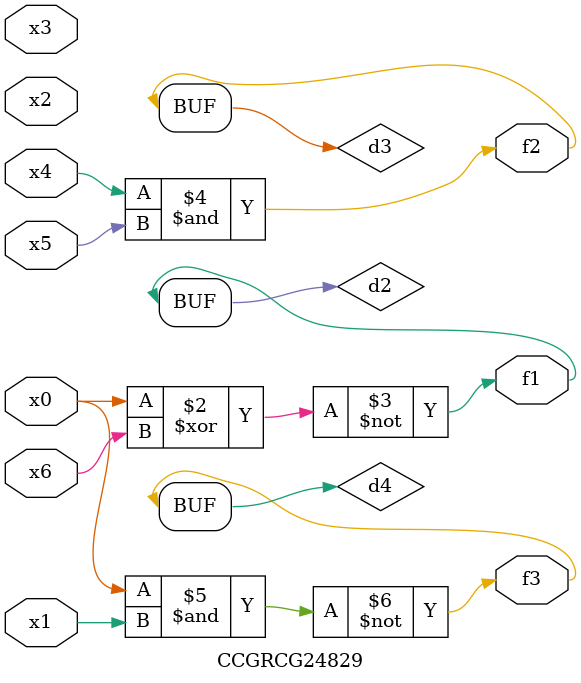
<source format=v>
module CCGRCG24829(
	input x0, x1, x2, x3, x4, x5, x6,
	output f1, f2, f3
);

	wire d1, d2, d3, d4;

	nor (d1, x0);
	xnor (d2, x0, x6);
	and (d3, x4, x5);
	nand (d4, x0, x1);
	assign f1 = d2;
	assign f2 = d3;
	assign f3 = d4;
endmodule

</source>
